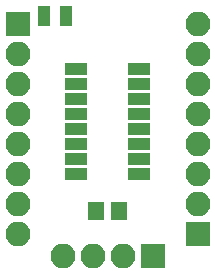
<source format=gts>
G04 #@! TF.FileFunction,Soldermask,Top*
%FSLAX46Y46*%
G04 Gerber Fmt 4.6, Leading zero omitted, Abs format (unit mm)*
G04 Created by KiCad (PCBNEW 4.0.7-e0-6372~58~ubuntu16.04.1) date Tue Sep 12 02:06:09 2017*
%MOMM*%
%LPD*%
G01*
G04 APERTURE LIST*
%ADD10C,0.100000*%
%ADD11R,1.400000X1.650000*%
%ADD12R,2.100000X2.100000*%
%ADD13O,2.100000X2.100000*%
%ADD14R,1.900000X1.000000*%
%ADD15R,1.100000X1.700000*%
G04 APERTURE END LIST*
D10*
D11*
X148955000Y-112395000D03*
X146955000Y-112395000D03*
D12*
X140335000Y-96520000D03*
D13*
X140335000Y-99060000D03*
X140335000Y-101600000D03*
X140335000Y-104140000D03*
X140335000Y-106680000D03*
X140335000Y-109220000D03*
X140335000Y-111760000D03*
X140335000Y-114300000D03*
D12*
X155575000Y-114300000D03*
D13*
X155575000Y-111760000D03*
X155575000Y-109220000D03*
X155575000Y-106680000D03*
X155575000Y-104140000D03*
X155575000Y-101600000D03*
X155575000Y-99060000D03*
X155575000Y-96520000D03*
D14*
X145255000Y-100330000D03*
X145255000Y-101600000D03*
X145255000Y-102870000D03*
X145255000Y-104140000D03*
X145255000Y-105410000D03*
X145255000Y-106680000D03*
X145255000Y-107950000D03*
X145255000Y-109220000D03*
X150655000Y-109220000D03*
X150655000Y-107950000D03*
X150655000Y-106680000D03*
X150655000Y-105410000D03*
X150655000Y-104140000D03*
X150655000Y-102870000D03*
X150655000Y-101600000D03*
X150655000Y-100330000D03*
D12*
X151765000Y-116205000D03*
D13*
X149225000Y-116205000D03*
X146685000Y-116205000D03*
X144145000Y-116205000D03*
D15*
X144460000Y-95885000D03*
X142560000Y-95885000D03*
M02*

</source>
